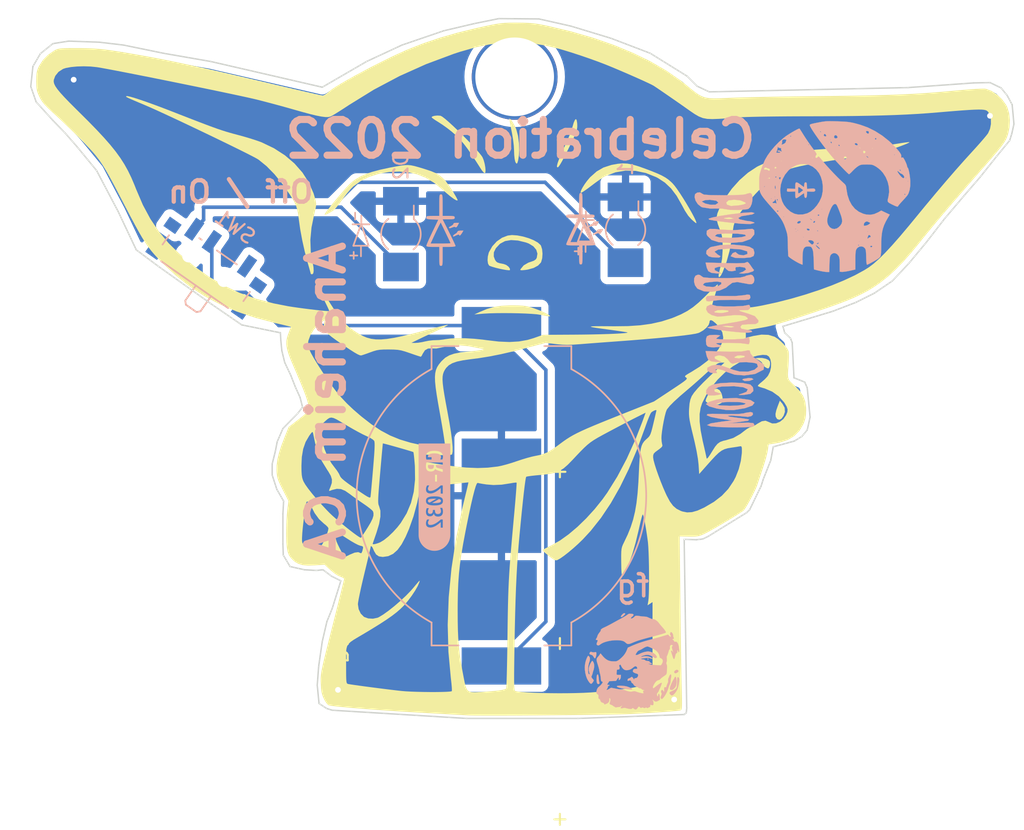
<source format=kicad_pcb>
(kicad_pcb (version 20211014) (generator pcbnew)
  (layers (0 "F.Cu" signal) (31 "B.Cu" signal) (34 "B.Paste" user) (35 "F.Paste" user) (36 "B.SilkS" user "B.Silkscreen") (37 "F.SilkS" user "F.Silkscreen") (38 "B.Mask" user) (39 "F.Mask" user) (44 "Edge.Cuts" user))
  (net 0 "")
  (net 1 "GND")
  (net 2 "Net-(BT1-Pad1)")
  (net 3 "Net-(D1-Pad2)")
  (footprint "BadgePirateLogos:BPSkull_Distressed_10x10_BSILK" (layer "F.Cu") (at 162.45 91.55)
    (fp_text reference "G***" hide)
    (fp_text value "BP Logo" hide)
  )
  (footprint "Common:Eyes_SM" (layer "F.Cu") (at 140.025 93.775)
    (fp_text reference "G***" hide)
    (fp_text value "LOGO" hide)
  )
  (footprint "Common:Body_SM" (layer "F.Cu") (at 140.575 113.2)
    (fp_text reference "G***" hide)
    (fp_text value "LOGO" hide)
  )
  (footprint "BadgePirateLogos:FG_10x10_BSILK" (layer "F.Cu") (at 148.34862 123.846868)
    (fp_text reference "G***" hide)
    (fp_text value "fg" (at 0 -5.08) (layer "B.SilkS") (effects (font (size 1.54 1.54) (thickness 0.25)) (justify mirror)))
  )
  (footprint "BadgePirateLogos:BadgePiratesURL_BSLK" (layer "F.Cu") (at 155.8 99.475 90)
    (fp_text reference "G***" hide)
    (fp_text value "LOGO" hide)
  )
  (footprint "Common:Outline_SLK" (layer "F.Cu") (at 140.675 103.575)
    (fp_text reference "G***" hide)
    (fp_text value "LOGO" hide)
  )
  (footprint "Common:LED_Schematic" (layer "B.Cu") (at 135.25 93.925 90)
    (fp_text reference "G***" hide)
    (fp_text value "LOGO" hide)
  )
  (footprint "BadgePiratesCommon:SW_SPDT_PCM12" (layer "B.Cu") (at 118.724625 96.293352 145)
    (fp_text reference "SW1" (at 0 3.2 145) (layer "B.SilkS") (effects (justify mirror)))
    (fp_text value "SW_SPDT" hide)
    (pad "" smd rect locked (at 3.65 0.78 145) (size 1 0.8) (layers "B.Cu" "B.Paste" "B.Mask"))
    (pad "" smd rect locked (at -3.65 0.78 145) (size 1 0.8) (layers "B.Cu" "B.Paste" "B.Mask"))
    (pad "" np_thru_hole circle locked (at 1.5 -0.33 145) (size 0.9 0.9) (drill 0.9) (layers *.Cu *.Mask))
    (pad "" np_thru_hole circle locked (at -1.5 -0.33 145) (size 0.9 0.9) (drill 0.9) (layers *.Cu *.Mask))
    (pad "" smd rect locked (at 3.65 -1.43 145) (size 1 0.8) (layers "B.Cu" "B.Paste" "B.Mask"))
    (pad "" smd rect locked (at -3.65 -1.43 145) (size 1 0.8) (layers "B.Cu" "B.Paste" "B.Mask"))
    (pad "1" smd rect locked (at -2.25 1.43 145) (size 0.7 1.5) (layers "B.Cu" "B.Paste" "B.Mask"))
    (pad "2" smd rect locked (at 0.75 1.43 145) (size 0.7 1.5) (layers "B.Cu" "B.Paste" "B.Mask") (net 2 "Net-(BT1-Pad1)"))
    (pad "3" smd rect locked (at 2.25 1.43 145) (size 0.7 1.5) (layers "B.Cu" "B.Paste" "B.Mask") (net 3 "Net-(D1-Pad2)"))
  )
  (footprint "BadgePiratesCommon:BatteryHolder_MPD_BC2003_1x2032" (layer "B.Cu") (at 139.175 112.475 -90)
    (fp_text reference "BT1" (at 10.388152 11.2 90) (layer "F.SilkS"))
    (fp_text value "Battery_Cell")
    (fp_text user "+" (at 22.630952 -4.0132 90) (layer "F.SilkS"))
    (fp_text user "-" (at 10.337352 -4.0132 90) (layer "F.SilkS"))
    (fp_text user "+" (at -1.676848 -4.0132 90) (layer "F.SilkS"))
    (pad "1" smd rect locked (at 11.905 0 270) (size 2.6 5.56) (layers "B.Cu" "B.Paste" "B.Mask") (net 2 "Net-(BT1-Pad1)"))
    (pad "1" smd rect locked (at -11.905 0 270) (size 2.6 5.56) (layers "B.Cu" "B.Paste" "B.Mask") (net 2 "Net-(BT1-Pad1)"))
    (pad "2" smd rect locked (at 0 0 270) (size 8 5.56) (layers "B.Cu" "B.Paste" "B.Mask") (net 1 "GND"))
  )
  (footprint "Common:LED_Schematic" (layer "B.Cu") (at 145.025 93.825 90)
    (fp_text reference "G***" hide)
    (fp_text value "LOGO" hide)
  )
  (footprint "kibuzzard-6268B311" (layer "B.Cu") (at 134.493 112.5728 -90)
    (fp_text reference "kibuzzard-6268B311" hide)
    (fp_text value "G***" hide)
  )
  (footprint "BadgePiratesCommon:LED_Osram_Lx_P47F_D2mm_ReverseMount_MaskNoHole" (layer "B.Cu") (at 132.15 94.175 -90)
    (fp_text reference "D2" (at -4.7498 0 90) (layer "B.SilkS") (effects (justify mirror)))
    (fp_text value "LED")
    (pad "1" smd rect locked (at -2.3 0 270) (size 2 2.5) (layers "B.Cu") (net 1 "GND"))
    (pad "2" smd rect locked (at 2.3 0 270) (size 2 2.5) (layers "B.Cu") (net 3 "Net-(D1-Pad2)"))
  )
  (footprint "BadgePiratesCommon:LED_Osram_Lx_P47F_D2mm_ReverseMount_MaskNoHole" (layer "B.Cu") (at 147.85 93.875 -90)
    (fp_text reference "D1" (at -4.7498 0 90) (layer "B.SilkS") (effects (justify mirror)))
    (fp_text value "LED")
    (pad "1" smd rect locked (at -2.3 0 270) (size 2 2.5) (layers "B.Cu") (net 1 "GND"))
    (pad "2" smd rect locked (at 2.3 0 270) (size 2 2.5) (layers "B.Cu") (net 3 "Net-(D1-Pad2)"))
  )
  (gr_line (start 110.875 89.725) (end 112.375 92.575) (layer "Edge.Cuts") (width 0.1))
  (gr_line (start 127.3 118.1) (end 127.95 118.425) (layer "Edge.Cuts") (width 0.1))
  (gr_line (start 106.425 82.45) (end 106.275 83.85) (layer "Edge.Cuts") (width 0.1))
  (gr_line (start 118.875 99.05) (end 121.025 100.525) (layer "Edge.Cuts") (width 0.1))
  (gr_line (start 175 86.475) (end 174.875 85.125) (layer "Edge.Cuts") (width 0.1))
  (gr_line (start 108.65 87.075) (end 109.5 88.05) (layer "Edge.Cuts") (width 0.1))
  (gr_line (start 123.9 107.775) (end 123.5 108.7) (layer "Edge.Cuts") (width 0.1))
  (gr_line (start 152.1 127.65) (end 152.125 127.325) (layer "Edge.Cuts") (width 0.1))
  (gr_line (start 118.85 82.1) (end 115.55 81.525) (layer "Edge.Cuts") (width 0.1))
  (gr_line (start 174.875 85.125) (end 174.525 84.475) (layer "Edge.Cuts") (width 0.1))
  (gr_line (start 106.65 84.925) (end 107.825 86.225) (layer "Edge.Cuts") (width 0.1))
  (gr_line (start 158 110) (end 158.175 109.05) (layer "Edge.Cuts") (width 0.1))
  (gr_line (start 165.25 98.3) (end 166.5 97.45) (layer "Edge.Cuts") (width 0.1))
  (gr_line (start 152.8 115.55) (end 153.25 115.5) (layer "Edge.Cuts") (width 0.1))
  (gr_line (start 159.375 101.45) (end 158.975 101.075) (layer "Edge.Cuts") (width 0.1))
  (gr_line (start 126.4 124.4) (end 126.3 125.725) (layer "Edge.Cuts") (width 0.1))
  (gr_line (start 124.4 117.425) (end 125.4 117.65) (layer "Edge.Cuts") (width 0.1))
  (gr_line (start 127.35 127.475) (end 136.75 128.05) (layer "Edge.Cuts") (width 0.1))
  (gr_line (start 152.125 127.325) (end 151.95 115.525) (layer "Edge.Cuts") (width 0.1))
  (gr_line (start 153.25 115.5) (end 153.65 115.3) (layer "Edge.Cuts") (width 0.1))
  (gr_line (start 109.5 88.05) (end 110.875 89.725) (layer "Edge.Cuts") (width 0.1))
  (gr_line (start 174.525 84.475) (end 174.1 83.95) (layer "Edge.Cuts") (width 0.1))
  (gr_line (start 139 79.1) (end 137.275 79.45) (layer "Edge.Cuts") (width 0.1))
  (gr_line (start 136.75 128.05) (end 144.525 128.05) (layer "Edge.Cuts") (width 0.1))
  (gr_line (start 152.85 83.825) (end 152.15 83.125) (layer "Edge.Cuts") (width 0.1))
  (gr_line (start 121.025 100.525) (end 123.725 101.075) (layer "Edge.Cuts") (width 0.1))
  (gr_line (start 166.5 97.45) (end 167.65 96.225) (layer "Edge.Cuts") (width 0.1))
  (gr_line (start 156.525 113.45) (end 157.325 111.8) (layer "Edge.Cuts") (width 0.1))
  (gr_line (start 163.95 98.95) (end 165.25 98.3) (layer "Edge.Cuts") (width 0.1))
  (gr_line (start 158.975 101.075) (end 158.85 100.625) (layer "Edge.Cuts") (width 0.1))
  (gr_line (start 174.7 87.625) (end 174.85 87.15) (layer "Edge.Cuts") (width 0.1))
  (gr_line (start 124.925 106.725) (end 123.9 107.775) (layer "Edge.Cuts") (width 0.1))
  (gr_line (start 158.175 109.05) (end 159.65 108.65) (layer "Edge.Cuts") (width 0.1))
  (gr_line (start 170.15 93.1) (end 171.525 91.475) (layer "Edge.Cuts") (width 0.1))
  (gr_line (start 159.5 101.775) (end 159.375 101.45) (layer "Edge.Cuts") (width 0.1))
  (gr_line (start 158.85 100.625) (end 162.325 99.575) (layer "Edge.Cuts") (width 0.1))
  (gr_line (start 160.75 106.975) (end 160.55 104.925) (layer "Edge.Cuts") (width 0.1))
  (gr_line (start 124.025 103.15) (end 124.45 104.05) (layer "Edge.Cuts") (width 0.1))
  (gr_line (start 149.575 81.525) (end 146.825 80.475) (layer "Edge.Cuts") (width 0.1))
  (gr_line (start 123.15 111.025) (end 123.475 112.025) (layer "Edge.Cuts") (width 0.1))
  (gr_line (start 160.55 104.925) (end 160.375 104.525) (layer "Edge.Cuts") (width 0.1))
  (gr_line (start 106.275 83.85) (end 106.65 84.925) (layer "Edge.Cuts") (width 0.1))
  (gr_line (start 168.875 94.75) (end 170.15 93.1) (layer "Edge.Cuts") (width 0.1))
  (gr_line (start 126.65 83.9) (end 118.85 82.1) (layer "Edge.Cuts") (width 0.1))
  (gr_line (start 125.275 106.275) (end 124.925 106.725) (layer "Edge.Cuts") (width 0.1))
  (gr_line (start 126.975 121.275) (end 126.65 122.675) (layer "Edge.Cuts") (width 0.1))
  (gr_line (start 115.55 81.525) (end 112.75 80.95) (layer "Edge.Cuts") (width 0.1))
  (gr_line (start 174.1 83.95) (end 173.325 83.575) (layer "Edge.Cuts") (width 0.1))
  (gr_line (start 123.15 110.25) (end 123.15 111.025) (layer "Edge.Cuts") (width 0.1))
  (gr_line (start 126.25 117.7) (end 126.7 117.65) (layer "Edge.Cuts") (width 0.1))
  (gr_line (start 160.375 104.525) (end 159.625 104.225) (layer "Edge.Cuts") (width 0.1))
  (gr_line (start 171.525 91.475) (end 172.625 90.2) (layer "Edge.Cuts") (width 0.1))
  (gr_line (start 173.8 88.725) (end 174.7 87.625) (layer "Edge.Cuts") (width 0.1))
  (gr_line (start 123.75 101.55) (end 123.825 102.325) (layer "Edge.Cuts") (width 0.1))
  (gr_line (start 123.9 115.85) (end 123.925 116.625) (layer "Edge.Cuts") (width 0.1))
  (gr_line (start 123.95 112.85) (end 123.9 113.75) (layer "Edge.Cuts") (width 0.1))
  (gr_line (start 151.95 127.775) (end 152.1 127.65) (layer "Edge.Cuts") (width 0.1))
  (gr_line (start 153.7 84.225) (end 152.85 83.825) (layer "Edge.Cuts") (width 0.1))
  (gr_line (start 124.775 104.875) (end 125.1 105.6) (layer "Edge.Cuts") (width 0.1))
  (gr_line (start 167.6 83.925) (end 153.7 84.225) (layer "Edge.Cuts") (width 0.1))
  (gr_line (start 135.15 79.95) (end 132.225 80.95) (layer "Edge.Cuts") (width 0.1))
  (gr_line (start 112.75 80.95) (end 111.05 80.75) (layer "Edge.Cuts") (width 0.1))
  (gr_line (start 172.625 90.2) (end 173.8 88.725) (layer "Edge.Cuts") (width 0.1))
  (gr_line (start 141.8 79.125) (end 139 79.1) (layer "Edge.Cuts") (width 0.1))
  (gr_line (start 123.5 108.7) (end 123.375 109.35) (layer "Edge.Cuts") (width 0.1))
  (gr_line (start 146.825 80.475) (end 144.025 79.625) (layer "Edge.Cuts") (width 0.1))
  (gr_line (start 126.425 127) (end 126.95 127.35) (layer "Edge.Cuts") (width 0.1))
  (gr_line (start 132.225 80.95) (end 129.75 82.1) (layer "Edge.Cuts") (width 0.1))
  (gr_line (start 144.525 128.05) (end 151.95 127.775) (layer "Edge.Cuts") (width 0.1))
  (gr_line (start 167.65 96.225) (end 168.875 94.75) (layer "Edge.Cuts") (width 0.1))
  (gr_line (start 162.325 99.575) (end 163.95 98.95) (layer "Edge.Cuts") (width 0.1))
  (gr_line (start 123.825 102.325) (end 124.025 103.15) (layer "Edge.Cuts") (width 0.1))
  (gr_line (start 129.75 82.1) (end 126.65 83.9) (layer "Edge.Cuts") (width 0.1))
  (gr_line (start 156.325 113.65) (end 156.525 113.45) (layer "Edge.Cuts") (width 0.1))
  (gr_line (start 127.95 118.425) (end 127.35 120.35) (layer "Edge.Cuts") (width 0.1))
  (gr_line (start 137.275 79.45) (end 135.15 79.95) (layer "Edge.Cuts") (width 0.1))
  (gr_line (start 126.3 125.725) (end 126.425 127) (layer "Edge.Cuts") (width 0.1))
  (gr_line (start 126.65 122.675) (end 126.4 124.4) (layer "Edge.Cuts") (width 0.1))
  (gr_line (start 123.475 112.025) (end 123.95 112.85) (layer "Edge.Cuts") (width 0.1))
  (gr_line (start 152.15 83.125) (end 149.575 81.525) (layer "Edge.Cuts") (width 0.1))
  (gr_line (start 127.35 120.35) (end 126.975 121.275) (layer "Edge.Cuts") (width 0.1))
  (gr_line (start 159.65 108.65) (end 160.175 108.325) (layer "Edge.Cuts") (width 0.1))
  (gr_line (start 115.225 96.45) (end 118.875 99.05) (layer "Edge.Cuts") (width 0.1))
  (gr_line (start 157.475 111.325) (end 158 110) (layer "Edge.Cuts") (width 0.1))
  (gr_line (start 113.65 95.275) (end 115.225 96.45) (layer "Edge.Cuts") (width 0.1))
  (gr_line (start 157.325 111.8) (end 157.475 111.325) (layer "Edge.Cuts") (width 0.1))
  (gr_line (start 151.95 115.525) (end 152.8 115.55) (layer "Edge.Cuts") (width 0.1))
  (gr_line (start 123.9 113.75) (end 123.9 115.85) (layer "Edge.Cuts") (width 0.1))
  (gr_line (start 160.55 107.875) (end 160.75 106.975) (layer "Edge.Cuts") (width 0.1))
  (gr_line (start 144.025 79.625) (end 141.8 79.125) (layer "Edge.Cuts") (width 0.1))
  (gr_line (start 107.825 80.85) (end 106.95 81.55) (layer "Edge.Cuts") (width 0.1))
  (gr_line (start 160.175 108.325) (end 160.55 107.875) (layer "Edge.Cuts") (width 0.1))
  (gr_line (start 125.1 105.6) (end 125.275 106.275) (layer "Edge.Cuts") (width 0.1))
  (gr_line (start 153.65 115.3) (end 156.325 113.65) (layer "Edge.Cuts") (width 0.1))
  (gr_line (start 123.925 116.625) (end 124.4 117.425) (layer "Edge.Cuts") (width 0.1))
  (gr_line (start 173.325 83.575) (end 172.175 83.6) (layer "Edge.Cuts") (width 0.1))
  (gr_line (start 106.95 81.55) (end 106.425 82.45) (layer "Edge.Cuts") (width 0.1))
  (gr_line (start 126.7 117.65) (end 127.3 118.1) (layer "Edge.Cuts") (width 0.1))
  (gr_line (start 108.925 80.675) (end 107.825 80.85) (layer "Edge.Cuts") (width 0.1))
  (gr_line (start 123.375 109.35) (end 123.15 110.25) (layer "Edge.Cuts") (width 0.1))
  (gr_line (start 112.375 92.575) (end 113.65 95.275) (layer "Edge.Cuts") (width 0.1))
  (gr_line (start 111.05 80.75) (end 108.925 80.675) (layer "Edge.Cuts") (width 0.1))
  (gr_line (start 125.4 117.65) (end 126.25 117.7) (layer "Edge.Cuts") (width 0.1))
  (gr_line (start 124.45 104.05) (end 124.775 104.875) (layer "Edge.Cuts") (width 0.1))
  (gr_line (start 123.725 101.075) (end 123.75 101.55) (layer "Edge.Cuts") (width 0.1))
  (gr_line (start 107.825 86.225) (end 108.65 87.075) (layer "Edge.Cuts") (width 0.1))
  (gr_line (start 174.85 87.15) (end 175 86.475) (layer "Edge.Cuts") (width 0.1))
  (gr_line (start 126.95 127.35) (end 127.35 127.475) (layer "Edge.Cuts") (width 0.1))
  (gr_line (start 159.625 104.225) (end 159.5 101.775) (layer "Edge.Cuts") (width 0.1))
  (gr_line (start 172.175 83.6) (end 167.6 83.925) (layer "Edge.Cuts") (width 0.1))
  (gr_text "Celebration 2022" (at 140.5 87.525) (layer "B.SilkS") (effects (font (size 2.5 2.5) (thickness 0.5)) (justify mirror)))
  (gr_text "Anaheim CA" (at 126.925 105.85 90) (layer "B.SilkS") (effects (font (size 2.5 2.5) (thickness 0.5)) (justify mirror)))
  (gr_text "Off / On" (at 120.95 91.225) (layer "B.SilkS") (effects (font (size 1.5 1.5) (thickness 0.3)) (justify mirror)))
  (via (at 140.1 83.175) (size 6) (drill 5.5) (layers "F.Cu" "B.Cu") (net 0))
  (via (at 151.25 126.725) (size 0.8) (drill 0.4) (layers "F.Cu" "B.Cu") (net 1))
  (via (at 127.75 126.05) (size 0.8) (drill 0.4) (layers "F.Cu" "B.Cu") (net 1))
  (via (at 109.275 83.375) (size 0.8) (drill 0.4) (layers "F.Cu" "B.Cu") (net 1))
  (via (at 173.325 85.9) (size 0.8) (drill 0.4) (layers "F.Cu" "B.Cu") (net 1))
  (segment (start 119.422544 98.248558) (end 118.930475 97.756489) (width 0.25) (layer "B.Cu") (net 2))
  (segment (start 139.175 124.38) (end 142.279511 121.275489) (width 0.25) (layer "B.Cu") (net 2))
  (segment (start 118.930475 97.756489) (end 118.930475 94.691782) (width 0.25) (layer "B.Cu") (net 2))
  (segment (start 123.62 100.57) (end 121.298558 98.248558) (width 0.25) (layer "B.Cu") (net 2))
  (segment (start 142.279511 121.275489) (end 142.279511 103.674511) (width 0.25) (layer "B.Cu") (net 2))
  (segment (start 139.175 100.57) (end 123.62 100.57) (width 0.25) (layer "B.Cu") (net 2))
  (segment (start 142.279511 103.674511) (end 139.175 100.57) (width 0.25) (layer "B.Cu") (net 2))
  (segment (start 121.298558 98.248558) (end 119.422544 98.248558) (width 0.25) (layer "B.Cu") (net 2))
  (segment (start 118.340258 92.292907) (end 118.357093 92.292907) (width 0.25) (layer "B.Cu") (net 3))
  (segment (start 142.225489 90.550489) (end 147.85 96.175) (width 0.25) (layer "B.Cu") (net 3))
  (segment (start 118.357093 92.292907) (end 118.357093 93.176072) (width 0.25) (layer "B.Cu") (net 3))
  (segment (start 118.357093 92.292907) (end 127.332093 92.292907) (width 0.25) (layer "B.Cu") (net 3))
  (segment (start 129.074511 90.550489) (end 142.225489 90.550489) (width 0.25) (layer "B.Cu") (net 3))
  (segment (start 127.332093 92.292907) (end 129.074511 90.550489) (width 0.25) (layer "B.Cu") (net 3))
  (segment (start 127.332093 92.292907) (end 127.967907 92.292907) (width 0.25) (layer "B.Cu") (net 3))
  (segment (start 118.357093 93.176072) (end 117.701747 93.831418) (width 0.25) (layer "B.Cu") (net 3))
  (segment (start 127.967907 92.292907) (end 132.15 96.475) (width 0.25) (layer "B.Cu") (net 3))
  (zone (net 1) (net_name "GND") (layer "B.Cu") (name "GND") (connect_pads (clearance 0.508)) (min_thickness 0.254) (fill yes (thermal_gap 0.508) (thermal_bridge_width 0.508))
    (polygon (pts (xy 153.45 82.075) (xy 175.45 82.5) (xy 175.725 88.375) (xy 163.175 101.075) (xy 160.75 109.525) (xy 157.35 113) (xy 153.65 117.675) (xy 153.725 129.6) (xy 125.775 128.475) (xy 126.35 119.1) (xy 123 117.475) (xy 123 111.875) (xy 121.875 108.325) (xy 124.425 105.4) (xy 123.3 100.8) (xy 112.725 95.4) (xy 104.125 83.7) (xy 106.25 79.375) (xy 106.975 78.1) (xy 125.661591 81.689919) (xy 140.1 77.8)))
  )
)
</source>
